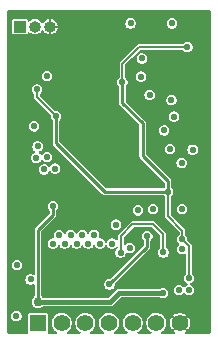
<source format=gbr>
%TF.GenerationSoftware,KiCad,Pcbnew,9.0.0*%
%TF.CreationDate,2025-04-16T21:25:52-04:00*%
%TF.ProjectId,ESP32_S3_CAM,45535033-325f-4533-935f-43414d2e6b69,rev?*%
%TF.SameCoordinates,Original*%
%TF.FileFunction,Copper,L3,Inr*%
%TF.FilePolarity,Positive*%
%FSLAX46Y46*%
G04 Gerber Fmt 4.6, Leading zero omitted, Abs format (unit mm)*
G04 Created by KiCad (PCBNEW 9.0.0) date 2025-04-16 21:25:52*
%MOMM*%
%LPD*%
G01*
G04 APERTURE LIST*
%TA.AperFunction,ComponentPad*%
%ADD10C,0.500000*%
%TD*%
%TA.AperFunction,ComponentPad*%
%ADD11R,1.000000X1.000000*%
%TD*%
%TA.AperFunction,ComponentPad*%
%ADD12O,1.000000X1.000000*%
%TD*%
%TA.AperFunction,ComponentPad*%
%ADD13R,1.400000X1.400000*%
%TD*%
%TA.AperFunction,ComponentPad*%
%ADD14C,1.400000*%
%TD*%
%TA.AperFunction,ViaPad*%
%ADD15C,0.584200*%
%TD*%
%TA.AperFunction,ViaPad*%
%ADD16C,0.762000*%
%TD*%
%TA.AperFunction,Conductor*%
%ADD17C,0.152400*%
%TD*%
%TA.AperFunction,Conductor*%
%ADD18C,0.254000*%
%TD*%
%TA.AperFunction,Conductor*%
%ADD19C,0.203200*%
%TD*%
%TA.AperFunction,Conductor*%
%ADD20C,0.381000*%
%TD*%
G04 APERTURE END LIST*
D10*
%TO.N,GND*%
%TO.C,U1*%
X159800000Y-81620000D03*
X159800000Y-82620000D03*
X159800000Y-83620000D03*
X160800000Y-81620000D03*
X160800000Y-82620000D03*
X160800000Y-83620000D03*
X161800000Y-81620000D03*
X161800000Y-82620000D03*
X161800000Y-83620000D03*
%TD*%
D11*
%TO.N,USB-*%
%TO.C,J3*%
X152960000Y-72360000D03*
D12*
%TO.N,USB+*%
X154230000Y-72360000D03*
%TO.N,GND*%
X155500000Y-72360000D03*
%TD*%
D13*
%TO.N,+BATT*%
%TO.C,J2*%
X154500000Y-97470000D03*
D14*
%TO.N,GPIO_1*%
X156500000Y-97470000D03*
%TO.N,GPIO_2*%
X158500000Y-97470000D03*
%TO.N,GPIO_3*%
X160500000Y-97470000D03*
%TO.N,GPIO_4*%
X162500000Y-97470000D03*
%TO.N,GPIO_5*%
X164500000Y-97470000D03*
%TO.N,GND*%
X166500000Y-97470000D03*
%TD*%
D15*
%TO.N,+3.3V*%
X163740000Y-90100000D03*
X167140000Y-74080000D03*
X160540000Y-94180000D03*
X154400000Y-77680000D03*
X167270000Y-93660000D03*
X165500000Y-86325000D03*
X156020000Y-79950000D03*
X166700000Y-90360000D03*
X161625000Y-77075000D03*
%TO.N,GPIO_1*%
X154460000Y-82510000D03*
%TO.N,GPIO_14*%
X157750000Y-90730000D03*
%TO.N,GPIO_11*%
X156250000Y-89990000D03*
%TO.N,SPICS0*%
X163280000Y-75060000D03*
X167580000Y-82780000D03*
%TO.N,GPIO_12*%
X156750000Y-90730000D03*
%TO.N,GND*%
X157140000Y-79000000D03*
X163425000Y-96025000D03*
X161410000Y-96040000D03*
%TO.N,GPIO_2*%
X154360000Y-83460000D03*
%TO.N,GPIO_38*%
X163940000Y-78140000D03*
%TO.N,GPIO_17*%
X159250000Y-89970000D03*
%TO.N,GPIO_3*%
X155245000Y-83395000D03*
%TO.N,GPIO_10*%
X155750000Y-90730000D03*
%TO.N,SPIWP*%
X165790000Y-78590000D03*
X166650000Y-83890000D03*
%TO.N,GPIO_13*%
X157250000Y-89990000D03*
%TO.N,CHIP_PU*%
X165823333Y-72080000D03*
X154170000Y-80800000D03*
%TO.N,GPIO_0*%
X162330000Y-72080000D03*
X155270000Y-76520000D03*
%TO.N,SPIQ*%
X165650000Y-82730000D03*
X163220000Y-76590000D03*
%TO.N,Net-(C10-Pad1)*%
X166700000Y-91210000D03*
%TO.N,GPIO_48*%
X166000000Y-79975000D03*
X160750000Y-90730000D03*
%TO.N,GPIO_47*%
X162250000Y-91100000D03*
X165175000Y-81150000D03*
%TO.N,GPIO_16*%
X158750000Y-90730000D03*
%TO.N,AVCC_2V8*%
X161480000Y-91490000D03*
X165100000Y-91480000D03*
%TO.N,GPIO_40*%
X167270000Y-94660000D03*
%TO.N,GPIO_15*%
X158250000Y-89990000D03*
%TO.N,GPIO_18*%
X159750000Y-90730000D03*
%TO.N,GPIO_39*%
X166423333Y-94660000D03*
%TO.N,GPIO_4*%
X155000000Y-84450000D03*
%TO.N,USB-*%
X161090000Y-89130000D03*
%TO.N,USB+*%
X162970000Y-87910000D03*
%TO.N,GPIO_5*%
X155925000Y-84375000D03*
%TO.N,+BATT*%
X155750000Y-87560000D03*
D16*
X154490000Y-95660000D03*
D15*
X165075000Y-94925000D03*
%TO.N,VCC_1V3*%
X152710000Y-92540000D03*
%TO.N,Net-(J1-Pad17)*%
X166700000Y-87810000D03*
X164220000Y-87810000D03*
%TO.N,Net-(D1-K)*%
X153870000Y-93770000D03*
%TO.N,Net-(D2-K)*%
X152660000Y-96850000D03*
%TD*%
D17*
%TO.N,+3.3V*%
X167270000Y-93660000D02*
X167270000Y-90930000D01*
D18*
X163350000Y-83275000D02*
X165500000Y-85425000D01*
X156020000Y-82220000D02*
X160125000Y-86325000D01*
X165500000Y-85425000D02*
X165500000Y-86325000D01*
X160125000Y-86325000D02*
X165500000Y-86325000D01*
D17*
X154400000Y-78330000D02*
X156020000Y-79950000D01*
X154400000Y-77680000D02*
X154400000Y-78330000D01*
D18*
X161625000Y-78815000D02*
X163350000Y-80540000D01*
X163730000Y-90990000D02*
X163730000Y-90110000D01*
D17*
X165500000Y-88430000D02*
X165500000Y-86325000D01*
X167140000Y-74080000D02*
X163040000Y-74080000D01*
D18*
X156020000Y-79950000D02*
X156020000Y-82220000D01*
D17*
X166700000Y-90360000D02*
X166700000Y-89630000D01*
D18*
X163350000Y-80540000D02*
X163350000Y-83275000D01*
D17*
X163040000Y-74080000D02*
X161625000Y-75495000D01*
X166700000Y-89630000D02*
X165500000Y-88430000D01*
X161625000Y-75495000D02*
X161625000Y-77075000D01*
D18*
X161625000Y-77075000D02*
X161625000Y-78815000D01*
D17*
X167270000Y-90930000D02*
X166700000Y-90360000D01*
D18*
X160540000Y-94180000D02*
X163730000Y-90990000D01*
D19*
%TO.N,AVCC_2V8*%
X165100000Y-89960000D02*
X165100000Y-91480000D01*
X161480000Y-90110000D02*
X162480000Y-89110000D01*
X162480000Y-89110000D02*
X164250000Y-89110000D01*
X164250000Y-89110000D02*
X165100000Y-89960000D01*
X161480000Y-91490000D02*
X161480000Y-90110000D01*
D20*
%TO.N,+BATT*%
X160600000Y-95660000D02*
X161370000Y-94890000D01*
X154490000Y-95660000D02*
X160600000Y-95660000D01*
X161370000Y-94890000D02*
X165040000Y-94890000D01*
D18*
X154490000Y-89550000D02*
X155750000Y-88290000D01*
X155750000Y-88290000D02*
X155750000Y-87560000D01*
X154490000Y-95660000D02*
X154490000Y-89550000D01*
D20*
X165040000Y-94890000D02*
X165075000Y-94925000D01*
%TD*%
%TA.AperFunction,Conductor*%
%TO.N,GND*%
G36*
X169070238Y-70967593D02*
G01*
X169095958Y-71012142D01*
X169097100Y-71025200D01*
X169097100Y-98271900D01*
X169079507Y-98320238D01*
X169034958Y-98345958D01*
X169021900Y-98347100D01*
X166969508Y-98347100D01*
X166921170Y-98329507D01*
X166895450Y-98284958D01*
X166904383Y-98234300D01*
X166927729Y-98209374D01*
X167043370Y-98132104D01*
X167048855Y-98126618D01*
X167048855Y-98126617D01*
X166724502Y-97802264D01*
X166745606Y-97790080D01*
X166820080Y-97715606D01*
X166832264Y-97694501D01*
X167156618Y-98018855D01*
X167162104Y-98013370D01*
X167255385Y-97873765D01*
X167319640Y-97718639D01*
X167319641Y-97718637D01*
X167352400Y-97553955D01*
X167352400Y-97386044D01*
X167319641Y-97221362D01*
X167319640Y-97221360D01*
X167255385Y-97066234D01*
X167162105Y-96926630D01*
X167162097Y-96926621D01*
X167156620Y-96921144D01*
X167156618Y-96921144D01*
X166832264Y-97245497D01*
X166820080Y-97224394D01*
X166745606Y-97149920D01*
X166724501Y-97137735D01*
X167048855Y-96813381D01*
X167048855Y-96813379D01*
X167043378Y-96807902D01*
X167043369Y-96807894D01*
X166903765Y-96714614D01*
X166748639Y-96650359D01*
X166748637Y-96650358D01*
X166583956Y-96617600D01*
X166416044Y-96617600D01*
X166251362Y-96650358D01*
X166251360Y-96650359D01*
X166096234Y-96714614D01*
X165956633Y-96807893D01*
X165956625Y-96807899D01*
X165951143Y-96813380D01*
X166275498Y-97137735D01*
X166254394Y-97149920D01*
X166179920Y-97224394D01*
X166167735Y-97245498D01*
X165843380Y-96921144D01*
X165837899Y-96926625D01*
X165837893Y-96926633D01*
X165744614Y-97066234D01*
X165680359Y-97221360D01*
X165680358Y-97221362D01*
X165647600Y-97386044D01*
X165647600Y-97553955D01*
X165680358Y-97718637D01*
X165680359Y-97718639D01*
X165744614Y-97873765D01*
X165837894Y-98013369D01*
X165837902Y-98013378D01*
X165843379Y-98018855D01*
X165843381Y-98018855D01*
X166167735Y-97694500D01*
X166179920Y-97715606D01*
X166254394Y-97790080D01*
X166275497Y-97802264D01*
X165951144Y-98126618D01*
X165951144Y-98126620D01*
X165956621Y-98132097D01*
X165956630Y-98132105D01*
X166072271Y-98209374D01*
X166102688Y-98250857D01*
X166099323Y-98302187D01*
X166063752Y-98339345D01*
X166030492Y-98347100D01*
X164970408Y-98347100D01*
X164922070Y-98329507D01*
X164896350Y-98284958D01*
X164905283Y-98234300D01*
X164928627Y-98209374D01*
X165043692Y-98132491D01*
X165162491Y-98013692D01*
X165255830Y-97874000D01*
X165320124Y-97718782D01*
X165352900Y-97554003D01*
X165352900Y-97385997D01*
X165320124Y-97221218D01*
X165255830Y-97066000D01*
X165162491Y-96926308D01*
X165162488Y-96926305D01*
X165162486Y-96926302D01*
X165043697Y-96807513D01*
X165043694Y-96807511D01*
X165043692Y-96807509D01*
X164904000Y-96714170D01*
X164894758Y-96710342D01*
X164817241Y-96678233D01*
X164748782Y-96649876D01*
X164748780Y-96649875D01*
X164748779Y-96649875D01*
X164584004Y-96617100D01*
X164584003Y-96617100D01*
X164415997Y-96617100D01*
X164415996Y-96617100D01*
X164251220Y-96649875D01*
X164251218Y-96649876D01*
X164096001Y-96714169D01*
X163956305Y-96807511D01*
X163956302Y-96807513D01*
X163837513Y-96926302D01*
X163837511Y-96926305D01*
X163744169Y-97066001D01*
X163679876Y-97221218D01*
X163679875Y-97221220D01*
X163647100Y-97385996D01*
X163647100Y-97554003D01*
X163679875Y-97718779D01*
X163679876Y-97718781D01*
X163744072Y-97873765D01*
X163744170Y-97874000D01*
X163837509Y-98013692D01*
X163837511Y-98013694D01*
X163837513Y-98013697D01*
X163956302Y-98132486D01*
X163956305Y-98132488D01*
X163956308Y-98132491D01*
X164071371Y-98209373D01*
X164101788Y-98250857D01*
X164098423Y-98302186D01*
X164062852Y-98339345D01*
X164029592Y-98347100D01*
X162970408Y-98347100D01*
X162922070Y-98329507D01*
X162896350Y-98284958D01*
X162905283Y-98234300D01*
X162928627Y-98209374D01*
X163043692Y-98132491D01*
X163162491Y-98013692D01*
X163255830Y-97874000D01*
X163320124Y-97718782D01*
X163352900Y-97554003D01*
X163352900Y-97385997D01*
X163320124Y-97221218D01*
X163255830Y-97066000D01*
X163162491Y-96926308D01*
X163162488Y-96926305D01*
X163162486Y-96926302D01*
X163043697Y-96807513D01*
X163043694Y-96807511D01*
X163043692Y-96807509D01*
X162904000Y-96714170D01*
X162894758Y-96710342D01*
X162817241Y-96678233D01*
X162748782Y-96649876D01*
X162748780Y-96649875D01*
X162748779Y-96649875D01*
X162584004Y-96617100D01*
X162584003Y-96617100D01*
X162415997Y-96617100D01*
X162415996Y-96617100D01*
X162251220Y-96649875D01*
X162251218Y-96649876D01*
X162096001Y-96714169D01*
X161956305Y-96807511D01*
X161956302Y-96807513D01*
X161837513Y-96926302D01*
X161837511Y-96926305D01*
X161744169Y-97066001D01*
X161679876Y-97221218D01*
X161679875Y-97221220D01*
X161647100Y-97385996D01*
X161647100Y-97554003D01*
X161679875Y-97718779D01*
X161679876Y-97718781D01*
X161744072Y-97873765D01*
X161744170Y-97874000D01*
X161837509Y-98013692D01*
X161837511Y-98013694D01*
X161837513Y-98013697D01*
X161956302Y-98132486D01*
X161956305Y-98132488D01*
X161956308Y-98132491D01*
X162071371Y-98209373D01*
X162101788Y-98250857D01*
X162098423Y-98302186D01*
X162062852Y-98339345D01*
X162029592Y-98347100D01*
X160970408Y-98347100D01*
X160922070Y-98329507D01*
X160896350Y-98284958D01*
X160905283Y-98234300D01*
X160928627Y-98209374D01*
X161043692Y-98132491D01*
X161162491Y-98013692D01*
X161255830Y-97874000D01*
X161320124Y-97718782D01*
X161352900Y-97554003D01*
X161352900Y-97385997D01*
X161320124Y-97221218D01*
X161255830Y-97066000D01*
X161162491Y-96926308D01*
X161162488Y-96926305D01*
X161162486Y-96926302D01*
X161043697Y-96807513D01*
X161043694Y-96807511D01*
X161043692Y-96807509D01*
X160904000Y-96714170D01*
X160894758Y-96710342D01*
X160817241Y-96678233D01*
X160748782Y-96649876D01*
X160748780Y-96649875D01*
X160748779Y-96649875D01*
X160584004Y-96617100D01*
X160584003Y-96617100D01*
X160415997Y-96617100D01*
X160415996Y-96617100D01*
X160251220Y-96649875D01*
X160251218Y-96649876D01*
X160096001Y-96714169D01*
X159956305Y-96807511D01*
X159956302Y-96807513D01*
X159837513Y-96926302D01*
X159837511Y-96926305D01*
X159744169Y-97066001D01*
X159679876Y-97221218D01*
X159679875Y-97221220D01*
X159647100Y-97385996D01*
X159647100Y-97554003D01*
X159679875Y-97718779D01*
X159679876Y-97718781D01*
X159744072Y-97873765D01*
X159744170Y-97874000D01*
X159837509Y-98013692D01*
X159837511Y-98013694D01*
X159837513Y-98013697D01*
X159956302Y-98132486D01*
X159956305Y-98132488D01*
X159956308Y-98132491D01*
X160071371Y-98209373D01*
X160101788Y-98250857D01*
X160098423Y-98302186D01*
X160062852Y-98339345D01*
X160029592Y-98347100D01*
X158970408Y-98347100D01*
X158922070Y-98329507D01*
X158896350Y-98284958D01*
X158905283Y-98234300D01*
X158928627Y-98209374D01*
X159043692Y-98132491D01*
X159162491Y-98013692D01*
X159255830Y-97874000D01*
X159320124Y-97718782D01*
X159352900Y-97554003D01*
X159352900Y-97385997D01*
X159320124Y-97221218D01*
X159255830Y-97066000D01*
X159162491Y-96926308D01*
X159162488Y-96926305D01*
X159162486Y-96926302D01*
X159043697Y-96807513D01*
X159043694Y-96807511D01*
X159043692Y-96807509D01*
X158904000Y-96714170D01*
X158894758Y-96710342D01*
X158817241Y-96678233D01*
X158748782Y-96649876D01*
X158748780Y-96649875D01*
X158748779Y-96649875D01*
X158584004Y-96617100D01*
X158584003Y-96617100D01*
X158415997Y-96617100D01*
X158415996Y-96617100D01*
X158251220Y-96649875D01*
X158251218Y-96649876D01*
X158096001Y-96714169D01*
X157956305Y-96807511D01*
X157956302Y-96807513D01*
X157837513Y-96926302D01*
X157837511Y-96926305D01*
X157744169Y-97066001D01*
X157679876Y-97221218D01*
X157679875Y-97221220D01*
X157647100Y-97385996D01*
X157647100Y-97554003D01*
X157679875Y-97718779D01*
X157679876Y-97718781D01*
X157744072Y-97873765D01*
X157744170Y-97874000D01*
X157837509Y-98013692D01*
X157837511Y-98013694D01*
X157837513Y-98013697D01*
X157956302Y-98132486D01*
X157956305Y-98132488D01*
X157956308Y-98132491D01*
X158071371Y-98209373D01*
X158101788Y-98250857D01*
X158098423Y-98302186D01*
X158062852Y-98339345D01*
X158029592Y-98347100D01*
X156970408Y-98347100D01*
X156922070Y-98329507D01*
X156896350Y-98284958D01*
X156905283Y-98234300D01*
X156928627Y-98209374D01*
X157043692Y-98132491D01*
X157162491Y-98013692D01*
X157255830Y-97874000D01*
X157320124Y-97718782D01*
X157352900Y-97554003D01*
X157352900Y-97385997D01*
X157320124Y-97221218D01*
X157255830Y-97066000D01*
X157162491Y-96926308D01*
X157162488Y-96926305D01*
X157162486Y-96926302D01*
X157043697Y-96807513D01*
X157043694Y-96807511D01*
X157043692Y-96807509D01*
X156904000Y-96714170D01*
X156894758Y-96710342D01*
X156817241Y-96678233D01*
X156748782Y-96649876D01*
X156748780Y-96649875D01*
X156748779Y-96649875D01*
X156584004Y-96617100D01*
X156584003Y-96617100D01*
X156415997Y-96617100D01*
X156415996Y-96617100D01*
X156251220Y-96649875D01*
X156251218Y-96649876D01*
X156096001Y-96714169D01*
X155956305Y-96807511D01*
X155956302Y-96807513D01*
X155837513Y-96926302D01*
X155837511Y-96926305D01*
X155744169Y-97066001D01*
X155679876Y-97221218D01*
X155679875Y-97221220D01*
X155647100Y-97385996D01*
X155647100Y-97554003D01*
X155679875Y-97718779D01*
X155679876Y-97718781D01*
X155744072Y-97873765D01*
X155744170Y-97874000D01*
X155837509Y-98013692D01*
X155837511Y-98013694D01*
X155837513Y-98013697D01*
X155956302Y-98132486D01*
X155956305Y-98132488D01*
X155956308Y-98132491D01*
X156071371Y-98209373D01*
X156101788Y-98250857D01*
X156098423Y-98302186D01*
X156062852Y-98339345D01*
X156029592Y-98347100D01*
X155406245Y-98347100D01*
X155357907Y-98329507D01*
X155332187Y-98284958D01*
X155341120Y-98234300D01*
X155343709Y-98230134D01*
X155344028Y-98229658D01*
X155352900Y-98185057D01*
X155352899Y-96754944D01*
X155344028Y-96710342D01*
X155322575Y-96678236D01*
X155310235Y-96659767D01*
X155310231Y-96659764D01*
X155259658Y-96625972D01*
X155259656Y-96625971D01*
X155215057Y-96617100D01*
X153784944Y-96617100D01*
X153784942Y-96617101D01*
X153740340Y-96625972D01*
X153689767Y-96659764D01*
X153655972Y-96710342D01*
X153655971Y-96710343D01*
X153647100Y-96754942D01*
X153647100Y-98185055D01*
X153647101Y-98185057D01*
X153655972Y-98229658D01*
X153656280Y-98230119D01*
X153656449Y-98230811D01*
X153658807Y-98236504D01*
X153657931Y-98236866D01*
X153668508Y-98280084D01*
X153645759Y-98326220D01*
X153598676Y-98346939D01*
X153593755Y-98347100D01*
X151978100Y-98347100D01*
X151929762Y-98329507D01*
X151904042Y-98284958D01*
X151902900Y-98271900D01*
X151902900Y-96791415D01*
X152215000Y-96791415D01*
X152215000Y-96908585D01*
X152233195Y-96976492D01*
X152245326Y-97021766D01*
X152303910Y-97123236D01*
X152386763Y-97206089D01*
X152488233Y-97264673D01*
X152488235Y-97264673D01*
X152488236Y-97264674D01*
X152601415Y-97295000D01*
X152601418Y-97295000D01*
X152718582Y-97295000D01*
X152718585Y-97295000D01*
X152831764Y-97264674D01*
X152906783Y-97221362D01*
X152933236Y-97206089D01*
X153016089Y-97123236D01*
X153074673Y-97021766D01*
X153074674Y-97021764D01*
X153105000Y-96908585D01*
X153105000Y-96791415D01*
X153074674Y-96678236D01*
X153074673Y-96678235D01*
X153074673Y-96678233D01*
X153016089Y-96576763D01*
X152933236Y-96493910D01*
X152831766Y-96435326D01*
X152786492Y-96423195D01*
X152718585Y-96405000D01*
X152601415Y-96405000D01*
X152544825Y-96420163D01*
X152488233Y-96435326D01*
X152386763Y-96493910D01*
X152303910Y-96576763D01*
X152245326Y-96678233D01*
X152227130Y-96746143D01*
X152215000Y-96791415D01*
X151902900Y-96791415D01*
X151902900Y-93711415D01*
X153425000Y-93711415D01*
X153425000Y-93828585D01*
X153443195Y-93896492D01*
X153455326Y-93941766D01*
X153513910Y-94043236D01*
X153596763Y-94126089D01*
X153698233Y-94184673D01*
X153698235Y-94184673D01*
X153698236Y-94184674D01*
X153811415Y-94215000D01*
X153811418Y-94215000D01*
X153928582Y-94215000D01*
X153928585Y-94215000D01*
X154041764Y-94184674D01*
X154097300Y-94152609D01*
X154147958Y-94143677D01*
X154192506Y-94169397D01*
X154210100Y-94217734D01*
X154210100Y-95161689D01*
X154192507Y-95210027D01*
X154172503Y-95226812D01*
X154162180Y-95232772D01*
X154062774Y-95332177D01*
X153992484Y-95453921D01*
X153992484Y-95453922D01*
X153956100Y-95589711D01*
X153956100Y-95730289D01*
X153992484Y-95866077D01*
X153992484Y-95866078D01*
X154062775Y-95987824D01*
X154162175Y-96087224D01*
X154162177Y-96087225D01*
X154162178Y-96087226D01*
X154283922Y-96157516D01*
X154419711Y-96193900D01*
X154419714Y-96193900D01*
X154560286Y-96193900D01*
X154560289Y-96193900D01*
X154696078Y-96157516D01*
X154817822Y-96087226D01*
X154879622Y-96025425D01*
X154926241Y-96003686D01*
X154932796Y-96003400D01*
X160645207Y-96003400D01*
X160645209Y-96003400D01*
X160709146Y-95986268D01*
X160732548Y-95979998D01*
X160810853Y-95934788D01*
X161490215Y-95255426D01*
X161536835Y-95233686D01*
X161543389Y-95233400D01*
X164722927Y-95233400D01*
X164771265Y-95250993D01*
X164776090Y-95255415D01*
X164801764Y-95281089D01*
X164801765Y-95281090D01*
X164903233Y-95339673D01*
X164903235Y-95339673D01*
X164903236Y-95339674D01*
X165016415Y-95370000D01*
X165016418Y-95370000D01*
X165133582Y-95370000D01*
X165133585Y-95370000D01*
X165246764Y-95339674D01*
X165259748Y-95332178D01*
X165348236Y-95281089D01*
X165431089Y-95198236D01*
X165489673Y-95096766D01*
X165489674Y-95096764D01*
X165520000Y-94983585D01*
X165520000Y-94866415D01*
X165489674Y-94753236D01*
X165489673Y-94753235D01*
X165489673Y-94753233D01*
X165431089Y-94651763D01*
X165348236Y-94568910D01*
X165246766Y-94510326D01*
X165201492Y-94498195D01*
X165133585Y-94480000D01*
X165016415Y-94480000D01*
X164903236Y-94510326D01*
X164903234Y-94510326D01*
X164857858Y-94536525D01*
X164820258Y-94546600D01*
X161324791Y-94546600D01*
X161266565Y-94562201D01*
X161237452Y-94570002D01*
X161235716Y-94571005D01*
X161235712Y-94571007D01*
X161159148Y-94615211D01*
X161159142Y-94615215D01*
X160479785Y-95294574D01*
X160433165Y-95316314D01*
X160426611Y-95316600D01*
X154932796Y-95316600D01*
X154918983Y-95311573D01*
X154904298Y-95310991D01*
X154888491Y-95300475D01*
X154884458Y-95299007D01*
X154882215Y-95297047D01*
X154880897Y-95295849D01*
X154817822Y-95232774D01*
X154800500Y-95222773D01*
X154794519Y-95217336D01*
X154786084Y-95201291D01*
X154774434Y-95187406D01*
X154772238Y-95174954D01*
X154770583Y-95171805D01*
X154771190Y-95169010D01*
X154769900Y-95161689D01*
X154769900Y-94121415D01*
X160095000Y-94121415D01*
X160095000Y-94238585D01*
X160112504Y-94303910D01*
X160125326Y-94351766D01*
X160183910Y-94453236D01*
X160266763Y-94536089D01*
X160368233Y-94594673D01*
X160368235Y-94594673D01*
X160368236Y-94594674D01*
X160481415Y-94625000D01*
X160481418Y-94625000D01*
X160598582Y-94625000D01*
X160598585Y-94625000D01*
X160711764Y-94594674D01*
X160752757Y-94571007D01*
X160813236Y-94536089D01*
X160896089Y-94453236D01*
X160954673Y-94351766D01*
X160954674Y-94351764D01*
X160985000Y-94238585D01*
X160985000Y-94161986D01*
X161002593Y-94113648D01*
X161007026Y-94108812D01*
X163953976Y-91161862D01*
X163960008Y-91151415D01*
X163990825Y-91098038D01*
X164009900Y-91026850D01*
X164009900Y-90953150D01*
X164009900Y-90490574D01*
X164027493Y-90442236D01*
X164031926Y-90437400D01*
X164096089Y-90373236D01*
X164154673Y-90271766D01*
X164155841Y-90267407D01*
X164185000Y-90158585D01*
X164185000Y-90041415D01*
X164154674Y-89928236D01*
X164154673Y-89928235D01*
X164154673Y-89928233D01*
X164096089Y-89826763D01*
X164013236Y-89743910D01*
X163911766Y-89685326D01*
X163866492Y-89673195D01*
X163798585Y-89655000D01*
X163681415Y-89655000D01*
X163640594Y-89665938D01*
X163568233Y-89685326D01*
X163466763Y-89743910D01*
X163383910Y-89826763D01*
X163325326Y-89928233D01*
X163307130Y-89996143D01*
X163295000Y-90041415D01*
X163295000Y-90158585D01*
X163305622Y-90198227D01*
X163325326Y-90271766D01*
X163383909Y-90373234D01*
X163383910Y-90373235D01*
X163383911Y-90373236D01*
X163428074Y-90417399D01*
X163449814Y-90464018D01*
X163450100Y-90470573D01*
X163450100Y-90842914D01*
X163432507Y-90891252D01*
X163428074Y-90896088D01*
X160611188Y-93712974D01*
X160564568Y-93734714D01*
X160558014Y-93735000D01*
X160481415Y-93735000D01*
X160424825Y-93750163D01*
X160368233Y-93765326D01*
X160266763Y-93823910D01*
X160183910Y-93906763D01*
X160125326Y-94008233D01*
X160107524Y-94074673D01*
X160095000Y-94121415D01*
X154769900Y-94121415D01*
X154769900Y-90671415D01*
X155305000Y-90671415D01*
X155305000Y-90788585D01*
X155322504Y-90853911D01*
X155335326Y-90901766D01*
X155393910Y-91003236D01*
X155476763Y-91086089D01*
X155578233Y-91144673D01*
X155578235Y-91144673D01*
X155578236Y-91144674D01*
X155691415Y-91175000D01*
X155691418Y-91175000D01*
X155808582Y-91175000D01*
X155808585Y-91175000D01*
X155921764Y-91144674D01*
X155934710Y-91137200D01*
X156023236Y-91086089D01*
X156106089Y-91003236D01*
X156164673Y-90901766D01*
X156164674Y-90901764D01*
X156177363Y-90854407D01*
X156206867Y-90812272D01*
X156256554Y-90798958D01*
X156303174Y-90820697D01*
X156322636Y-90854406D01*
X156327903Y-90874062D01*
X156335326Y-90901766D01*
X156393910Y-91003236D01*
X156476763Y-91086089D01*
X156578233Y-91144673D01*
X156578235Y-91144673D01*
X156578236Y-91144674D01*
X156691415Y-91175000D01*
X156691418Y-91175000D01*
X156808582Y-91175000D01*
X156808585Y-91175000D01*
X156921764Y-91144674D01*
X156934710Y-91137200D01*
X157023236Y-91086089D01*
X157106089Y-91003236D01*
X157164673Y-90901766D01*
X157164674Y-90901764D01*
X157177363Y-90854407D01*
X157206867Y-90812272D01*
X157256554Y-90798958D01*
X157303174Y-90820697D01*
X157322636Y-90854406D01*
X157327903Y-90874062D01*
X157335326Y-90901766D01*
X157393910Y-91003236D01*
X157476763Y-91086089D01*
X157578233Y-91144673D01*
X157578235Y-91144673D01*
X157578236Y-91144674D01*
X157691415Y-91175000D01*
X157691418Y-91175000D01*
X157808582Y-91175000D01*
X157808585Y-91175000D01*
X157921764Y-91144674D01*
X157934710Y-91137200D01*
X158023236Y-91086089D01*
X158106089Y-91003236D01*
X158164673Y-90901766D01*
X158164674Y-90901764D01*
X158177363Y-90854407D01*
X158206867Y-90812272D01*
X158256554Y-90798958D01*
X158303174Y-90820697D01*
X158322636Y-90854406D01*
X158327903Y-90874062D01*
X158335326Y-90901766D01*
X158393910Y-91003236D01*
X158476763Y-91086089D01*
X158578233Y-91144673D01*
X158578235Y-91144673D01*
X158578236Y-91144674D01*
X158691415Y-91175000D01*
X158691418Y-91175000D01*
X158808582Y-91175000D01*
X158808585Y-91175000D01*
X158921764Y-91144674D01*
X158934710Y-91137200D01*
X159023236Y-91086089D01*
X159106089Y-91003236D01*
X159164673Y-90901766D01*
X159164674Y-90901764D01*
X159177363Y-90854407D01*
X159206867Y-90812272D01*
X159256554Y-90798958D01*
X159303174Y-90820697D01*
X159322636Y-90854406D01*
X159327903Y-90874062D01*
X159335326Y-90901766D01*
X159393910Y-91003236D01*
X159476763Y-91086089D01*
X159578233Y-91144673D01*
X159578235Y-91144673D01*
X159578236Y-91144674D01*
X159691415Y-91175000D01*
X159691418Y-91175000D01*
X159808582Y-91175000D01*
X159808585Y-91175000D01*
X159921764Y-91144674D01*
X159934710Y-91137200D01*
X160023236Y-91086089D01*
X160106089Y-91003236D01*
X160164673Y-90901766D01*
X160164674Y-90901764D01*
X160177363Y-90854407D01*
X160206867Y-90812272D01*
X160256554Y-90798958D01*
X160303174Y-90820697D01*
X160322636Y-90854406D01*
X160327903Y-90874062D01*
X160335326Y-90901766D01*
X160393910Y-91003236D01*
X160476763Y-91086089D01*
X160578233Y-91144673D01*
X160578235Y-91144673D01*
X160578236Y-91144674D01*
X160691415Y-91175000D01*
X160691418Y-91175000D01*
X160808582Y-91175000D01*
X160808585Y-91175000D01*
X160921764Y-91144674D01*
X160934710Y-91137200D01*
X161023236Y-91086089D01*
X161097126Y-91012200D01*
X161117632Y-91002637D01*
X161137242Y-90991316D01*
X161140629Y-90991913D01*
X161143746Y-90990460D01*
X161165607Y-90996317D01*
X161187900Y-91000249D01*
X161190110Y-91002883D01*
X161193433Y-91003774D01*
X161206415Y-91022314D01*
X161220965Y-91039654D01*
X161221775Y-91044250D01*
X161222938Y-91045911D01*
X161225500Y-91065374D01*
X161225500Y-91084026D01*
X161207907Y-91132364D01*
X161203474Y-91137200D01*
X161123910Y-91216763D01*
X161065326Y-91318233D01*
X161050589Y-91373236D01*
X161035000Y-91431415D01*
X161035000Y-91548585D01*
X161044279Y-91583215D01*
X161065326Y-91661766D01*
X161123910Y-91763236D01*
X161206763Y-91846089D01*
X161308233Y-91904673D01*
X161308235Y-91904673D01*
X161308236Y-91904674D01*
X161421415Y-91935000D01*
X161421418Y-91935000D01*
X161538582Y-91935000D01*
X161538585Y-91935000D01*
X161651764Y-91904674D01*
X161669085Y-91894674D01*
X161753236Y-91846089D01*
X161836089Y-91763236D01*
X161894673Y-91661766D01*
X161894674Y-91661764D01*
X161925000Y-91548585D01*
X161925000Y-91548576D01*
X161925283Y-91546430D01*
X161925888Y-91545267D01*
X161926275Y-91543824D01*
X161926594Y-91543909D01*
X161949035Y-91500802D01*
X161996559Y-91481117D01*
X162037438Y-91491119D01*
X162078236Y-91514674D01*
X162191415Y-91545000D01*
X162191418Y-91545000D01*
X162308582Y-91545000D01*
X162308585Y-91545000D01*
X162421764Y-91514674D01*
X162523236Y-91456089D01*
X162606089Y-91373236D01*
X162664674Y-91271764D01*
X162695000Y-91158585D01*
X162695000Y-91041415D01*
X162664674Y-90928236D01*
X162664673Y-90928235D01*
X162664673Y-90928233D01*
X162606089Y-90826763D01*
X162523236Y-90743910D01*
X162421766Y-90685326D01*
X162376492Y-90673195D01*
X162308585Y-90655000D01*
X162191415Y-90655000D01*
X162134825Y-90670163D01*
X162078233Y-90685326D01*
X161976763Y-90743910D01*
X161893911Y-90826762D01*
X161874825Y-90859821D01*
X161835419Y-90892885D01*
X161783980Y-90892885D01*
X161744575Y-90859819D01*
X161734500Y-90822220D01*
X161734500Y-90246565D01*
X161752093Y-90198227D01*
X161756526Y-90193391D01*
X162563391Y-89386526D01*
X162610011Y-89364786D01*
X162616565Y-89364500D01*
X164113434Y-89364500D01*
X164161772Y-89382093D01*
X164166608Y-89386526D01*
X164823474Y-90043391D01*
X164845214Y-90090011D01*
X164845500Y-90096565D01*
X164845500Y-91074026D01*
X164827907Y-91122364D01*
X164823474Y-91127200D01*
X164743910Y-91206763D01*
X164685326Y-91308233D01*
X164667909Y-91373236D01*
X164655000Y-91421415D01*
X164655000Y-91538585D01*
X164669352Y-91592148D01*
X164685326Y-91651766D01*
X164743910Y-91753236D01*
X164826763Y-91836089D01*
X164928233Y-91894673D01*
X164928235Y-91894673D01*
X164928236Y-91894674D01*
X165041415Y-91925000D01*
X165041418Y-91925000D01*
X165158582Y-91925000D01*
X165158585Y-91925000D01*
X165271764Y-91894674D01*
X165373236Y-91836089D01*
X165456089Y-91753236D01*
X165508899Y-91661766D01*
X165514673Y-91651766D01*
X165514674Y-91651764D01*
X165545000Y-91538585D01*
X165545000Y-91421415D01*
X165514674Y-91308236D01*
X165514673Y-91308235D01*
X165514673Y-91308233D01*
X165456089Y-91206763D01*
X165376526Y-91127200D01*
X165354786Y-91080580D01*
X165354500Y-91074026D01*
X165354500Y-90019384D01*
X165354501Y-90019375D01*
X165354501Y-89909378D01*
X165353817Y-89907727D01*
X165321580Y-89829900D01*
X165315755Y-89815837D01*
X165244163Y-89744245D01*
X165244161Y-89744244D01*
X165044590Y-89544673D01*
X164394164Y-88894245D01*
X164300623Y-88855500D01*
X162539383Y-88855500D01*
X162539375Y-88855499D01*
X162530623Y-88855499D01*
X162429377Y-88855499D01*
X162363234Y-88882896D01*
X162335837Y-88894245D01*
X162264245Y-88965837D01*
X162264244Y-88965838D01*
X161325260Y-89904821D01*
X161264245Y-89965835D01*
X161225500Y-90059376D01*
X161225500Y-90394626D01*
X161207907Y-90442964D01*
X161163358Y-90468684D01*
X161112700Y-90459751D01*
X161097126Y-90447800D01*
X161023236Y-90373910D01*
X160921766Y-90315326D01*
X160876492Y-90303195D01*
X160808585Y-90285000D01*
X160691415Y-90285000D01*
X160634825Y-90300163D01*
X160578233Y-90315326D01*
X160476763Y-90373910D01*
X160393910Y-90456763D01*
X160335326Y-90558234D01*
X160322638Y-90605590D01*
X160293133Y-90647727D01*
X160243446Y-90661041D01*
X160196826Y-90639302D01*
X160177362Y-90605590D01*
X160164673Y-90558234D01*
X160106089Y-90456763D01*
X160023236Y-90373910D01*
X159921766Y-90315326D01*
X159876492Y-90303195D01*
X159808585Y-90285000D01*
X159712227Y-90285000D01*
X159663889Y-90267407D01*
X159638169Y-90222858D01*
X159647102Y-90172200D01*
X159664673Y-90141765D01*
X159664674Y-90141764D01*
X159695000Y-90028585D01*
X159695000Y-89911415D01*
X159664674Y-89798236D01*
X159664673Y-89798235D01*
X159664673Y-89798233D01*
X159606089Y-89696763D01*
X159523236Y-89613910D01*
X159421766Y-89555326D01*
X159376492Y-89543195D01*
X159308585Y-89525000D01*
X159191415Y-89525000D01*
X159134825Y-89540163D01*
X159078233Y-89555326D01*
X158976763Y-89613910D01*
X158893910Y-89696763D01*
X158835327Y-89798233D01*
X158835326Y-89798235D01*
X158835326Y-89798236D01*
X158819958Y-89855591D01*
X158790453Y-89897727D01*
X158740766Y-89911041D01*
X158694145Y-89889301D01*
X158674683Y-89855591D01*
X158664674Y-89818236D01*
X158624984Y-89749491D01*
X158606089Y-89716763D01*
X158523236Y-89633910D01*
X158421766Y-89575326D01*
X158376492Y-89563195D01*
X158308585Y-89545000D01*
X158191415Y-89545000D01*
X158134825Y-89560163D01*
X158078233Y-89575326D01*
X157976763Y-89633910D01*
X157893910Y-89716763D01*
X157835326Y-89818234D01*
X157827847Y-89846145D01*
X157825318Y-89855589D01*
X157822638Y-89865590D01*
X157793133Y-89907727D01*
X157743446Y-89921041D01*
X157696826Y-89899302D01*
X157677362Y-89865590D01*
X157674683Y-89855591D01*
X157664674Y-89818236D01*
X157624984Y-89749491D01*
X157606089Y-89716763D01*
X157523236Y-89633910D01*
X157421766Y-89575326D01*
X157376492Y-89563195D01*
X157308585Y-89545000D01*
X157191415Y-89545000D01*
X157134825Y-89560163D01*
X157078233Y-89575326D01*
X156976763Y-89633910D01*
X156893910Y-89716763D01*
X156835326Y-89818234D01*
X156827847Y-89846145D01*
X156825318Y-89855589D01*
X156822638Y-89865590D01*
X156793133Y-89907727D01*
X156743446Y-89921041D01*
X156696826Y-89899302D01*
X156677362Y-89865590D01*
X156674683Y-89855591D01*
X156664674Y-89818236D01*
X156624984Y-89749491D01*
X156606089Y-89716763D01*
X156523236Y-89633910D01*
X156421766Y-89575326D01*
X156376492Y-89563195D01*
X156308585Y-89545000D01*
X156191415Y-89545000D01*
X156134825Y-89560163D01*
X156078233Y-89575326D01*
X155976763Y-89633910D01*
X155893910Y-89716763D01*
X155835326Y-89818233D01*
X155817130Y-89886143D01*
X155805000Y-89931415D01*
X155805000Y-90048585D01*
X155815230Y-90086763D01*
X155835326Y-90161765D01*
X155841351Y-90172200D01*
X155850284Y-90222858D01*
X155824564Y-90267406D01*
X155776226Y-90285000D01*
X155691415Y-90285000D01*
X155634825Y-90300163D01*
X155578233Y-90315326D01*
X155476763Y-90373910D01*
X155393910Y-90456763D01*
X155335326Y-90558233D01*
X155317130Y-90626143D01*
X155305000Y-90671415D01*
X154769900Y-90671415D01*
X154769900Y-89697086D01*
X154787493Y-89648748D01*
X154791926Y-89643912D01*
X155364424Y-89071415D01*
X160645000Y-89071415D01*
X160645000Y-89188585D01*
X160663195Y-89256492D01*
X160675326Y-89301766D01*
X160733910Y-89403236D01*
X160816763Y-89486089D01*
X160918233Y-89544673D01*
X160918235Y-89544673D01*
X160918236Y-89544674D01*
X161031415Y-89575000D01*
X161031418Y-89575000D01*
X161148582Y-89575000D01*
X161148585Y-89575000D01*
X161261764Y-89544674D01*
X161363236Y-89486089D01*
X161446089Y-89403236D01*
X161490667Y-89326025D01*
X161504673Y-89301766D01*
X161504674Y-89301764D01*
X161535000Y-89188585D01*
X161535000Y-89071415D01*
X161504674Y-88958236D01*
X161504673Y-88958235D01*
X161504673Y-88958233D01*
X161446089Y-88856763D01*
X161363236Y-88773910D01*
X161261766Y-88715326D01*
X161216492Y-88703195D01*
X161148585Y-88685000D01*
X161031415Y-88685000D01*
X160974825Y-88700163D01*
X160918233Y-88715326D01*
X160816763Y-88773910D01*
X160733910Y-88856763D01*
X160675326Y-88958233D01*
X160657130Y-89026143D01*
X160645000Y-89071415D01*
X155364424Y-89071415D01*
X155422527Y-89013312D01*
X155973972Y-88461866D01*
X155973976Y-88461862D01*
X156010825Y-88398037D01*
X156029900Y-88326850D01*
X156029900Y-88253150D01*
X156029900Y-87940573D01*
X156034529Y-87927853D01*
X156034632Y-87914318D01*
X156045760Y-87896995D01*
X156047493Y-87892235D01*
X156047862Y-87891800D01*
X156049803Y-87889521D01*
X156087910Y-87851415D01*
X162525000Y-87851415D01*
X162525000Y-87968585D01*
X162528532Y-87981766D01*
X162555326Y-88081766D01*
X162613910Y-88183236D01*
X162696763Y-88266089D01*
X162798233Y-88324673D01*
X162798235Y-88324673D01*
X162798236Y-88324674D01*
X162911415Y-88355000D01*
X162911418Y-88355000D01*
X163028582Y-88355000D01*
X163028585Y-88355000D01*
X163141764Y-88324674D01*
X163243236Y-88266089D01*
X163326089Y-88183236D01*
X163384674Y-88081764D01*
X163415000Y-87968585D01*
X163415000Y-87851415D01*
X163388205Y-87751415D01*
X163775000Y-87751415D01*
X163775000Y-87868585D01*
X163785943Y-87909425D01*
X163805326Y-87981766D01*
X163863910Y-88083236D01*
X163946763Y-88166089D01*
X164048233Y-88224673D01*
X164048235Y-88224673D01*
X164048236Y-88224674D01*
X164161415Y-88255000D01*
X164161418Y-88255000D01*
X164278582Y-88255000D01*
X164278585Y-88255000D01*
X164391764Y-88224674D01*
X164449653Y-88191252D01*
X164493236Y-88166089D01*
X164576089Y-88083236D01*
X164634673Y-87981766D01*
X164638206Y-87968582D01*
X164665000Y-87868585D01*
X164665000Y-87751415D01*
X164634674Y-87638236D01*
X164634673Y-87638235D01*
X164634673Y-87638233D01*
X164576089Y-87536763D01*
X164493236Y-87453910D01*
X164391766Y-87395326D01*
X164346492Y-87383195D01*
X164278585Y-87365000D01*
X164161415Y-87365000D01*
X164104825Y-87380163D01*
X164048233Y-87395326D01*
X163946763Y-87453910D01*
X163863910Y-87536763D01*
X163805326Y-87638233D01*
X163787130Y-87706143D01*
X163775000Y-87751415D01*
X163388205Y-87751415D01*
X163384674Y-87738236D01*
X163380938Y-87731765D01*
X163326089Y-87636763D01*
X163243236Y-87553910D01*
X163141766Y-87495326D01*
X163096492Y-87483195D01*
X163028585Y-87465000D01*
X162911415Y-87465000D01*
X162854825Y-87480163D01*
X162798233Y-87495326D01*
X162696763Y-87553910D01*
X162613910Y-87636763D01*
X162555326Y-87738233D01*
X162547900Y-87765949D01*
X162525000Y-87851415D01*
X156087910Y-87851415D01*
X156106089Y-87833236D01*
X156164674Y-87731764D01*
X156195000Y-87618585D01*
X156195000Y-87501415D01*
X156164674Y-87388236D01*
X156164673Y-87388235D01*
X156164673Y-87388233D01*
X156106089Y-87286763D01*
X156023236Y-87203910D01*
X155921766Y-87145326D01*
X155876492Y-87133195D01*
X155808585Y-87115000D01*
X155691415Y-87115000D01*
X155634825Y-87130163D01*
X155578233Y-87145326D01*
X155476763Y-87203910D01*
X155393910Y-87286763D01*
X155335326Y-87388233D01*
X155333426Y-87395326D01*
X155305000Y-87501415D01*
X155305000Y-87618585D01*
X155323195Y-87686492D01*
X155335326Y-87731766D01*
X155393909Y-87833234D01*
X155393910Y-87833235D01*
X155393911Y-87833236D01*
X155448074Y-87887399D01*
X155469814Y-87934018D01*
X155470100Y-87940573D01*
X155470100Y-88142914D01*
X155452507Y-88191252D01*
X155448074Y-88196088D01*
X154318138Y-89326024D01*
X154292081Y-89352081D01*
X154266024Y-89378137D01*
X154266023Y-89378139D01*
X154229175Y-89441961D01*
X154210100Y-89513151D01*
X154210100Y-93322264D01*
X154192507Y-93370602D01*
X154147958Y-93396322D01*
X154097300Y-93387389D01*
X154041766Y-93355326D01*
X153996492Y-93343195D01*
X153928585Y-93325000D01*
X153811415Y-93325000D01*
X153754825Y-93340163D01*
X153698233Y-93355326D01*
X153596763Y-93413910D01*
X153513910Y-93496763D01*
X153455326Y-93598233D01*
X153437130Y-93666143D01*
X153425000Y-93711415D01*
X151902900Y-93711415D01*
X151902900Y-92481415D01*
X152265000Y-92481415D01*
X152265000Y-92598585D01*
X152283195Y-92666492D01*
X152295326Y-92711766D01*
X152353910Y-92813236D01*
X152436763Y-92896089D01*
X152538233Y-92954673D01*
X152538235Y-92954673D01*
X152538236Y-92954674D01*
X152651415Y-92985000D01*
X152651418Y-92985000D01*
X152768582Y-92985000D01*
X152768585Y-92985000D01*
X152881764Y-92954674D01*
X152983236Y-92896089D01*
X153066089Y-92813236D01*
X153124674Y-92711764D01*
X153155000Y-92598585D01*
X153155000Y-92481415D01*
X153124674Y-92368236D01*
X153124673Y-92368235D01*
X153124673Y-92368233D01*
X153066089Y-92266763D01*
X152983236Y-92183910D01*
X152881766Y-92125326D01*
X152836492Y-92113195D01*
X152768585Y-92095000D01*
X152651415Y-92095000D01*
X152594825Y-92110163D01*
X152538233Y-92125326D01*
X152436763Y-92183910D01*
X152353910Y-92266763D01*
X152295326Y-92368233D01*
X152277130Y-92436143D01*
X152265000Y-92481415D01*
X151902900Y-92481415D01*
X151902900Y-84391415D01*
X154555000Y-84391415D01*
X154555000Y-84508585D01*
X154573195Y-84576492D01*
X154585326Y-84621766D01*
X154643910Y-84723236D01*
X154726763Y-84806089D01*
X154828233Y-84864673D01*
X154828235Y-84864673D01*
X154828236Y-84864674D01*
X154941415Y-84895000D01*
X154941418Y-84895000D01*
X155058582Y-84895000D01*
X155058585Y-84895000D01*
X155171764Y-84864674D01*
X155249142Y-84820000D01*
X155273236Y-84806089D01*
X155356089Y-84723236D01*
X155417139Y-84617495D01*
X155418332Y-84618184D01*
X155449109Y-84584590D01*
X155500108Y-84577870D01*
X155543495Y-84605503D01*
X155548965Y-84613690D01*
X155568908Y-84648234D01*
X155651763Y-84731089D01*
X155753233Y-84789673D01*
X155753235Y-84789673D01*
X155753236Y-84789674D01*
X155866415Y-84820000D01*
X155866418Y-84820000D01*
X155983582Y-84820000D01*
X155983585Y-84820000D01*
X156096764Y-84789674D01*
X156198236Y-84731089D01*
X156281089Y-84648236D01*
X156281090Y-84648234D01*
X156339673Y-84546766D01*
X156339674Y-84546764D01*
X156370000Y-84433585D01*
X156370000Y-84316415D01*
X156339674Y-84203236D01*
X156339673Y-84203235D01*
X156339673Y-84203233D01*
X156281089Y-84101763D01*
X156198236Y-84018910D01*
X156096766Y-83960326D01*
X156051492Y-83948195D01*
X155983585Y-83930000D01*
X155866415Y-83930000D01*
X155809825Y-83945163D01*
X155753233Y-83960326D01*
X155651763Y-84018910D01*
X155568910Y-84101763D01*
X155507861Y-84207505D01*
X155506671Y-84206818D01*
X155475869Y-84240420D01*
X155424868Y-84247124D01*
X155381489Y-84219477D01*
X155376037Y-84211315D01*
X155356089Y-84176764D01*
X155356088Y-84176762D01*
X155273236Y-84093910D01*
X155171766Y-84035326D01*
X155126492Y-84023195D01*
X155058585Y-84005000D01*
X154941415Y-84005000D01*
X154889502Y-84018910D01*
X154828233Y-84035326D01*
X154726763Y-84093910D01*
X154643910Y-84176763D01*
X154585326Y-84278233D01*
X154570116Y-84335000D01*
X154555000Y-84391415D01*
X151902900Y-84391415D01*
X151902900Y-83401415D01*
X153915000Y-83401415D01*
X153915000Y-83518585D01*
X153927910Y-83566766D01*
X153945326Y-83631766D01*
X154003910Y-83733236D01*
X154086763Y-83816089D01*
X154188233Y-83874673D01*
X154188235Y-83874673D01*
X154188236Y-83874674D01*
X154301415Y-83905000D01*
X154301418Y-83905000D01*
X154418582Y-83905000D01*
X154418585Y-83905000D01*
X154531764Y-83874674D01*
X154633236Y-83816089D01*
X154716089Y-83733236D01*
X154756139Y-83663867D01*
X154795542Y-83630803D01*
X154846982Y-83630803D01*
X154886387Y-83663866D01*
X154888910Y-83668236D01*
X154971763Y-83751089D01*
X155073233Y-83809673D01*
X155073235Y-83809673D01*
X155073236Y-83809674D01*
X155186415Y-83840000D01*
X155186418Y-83840000D01*
X155303582Y-83840000D01*
X155303585Y-83840000D01*
X155416764Y-83809674D01*
X155518236Y-83751089D01*
X155601089Y-83668236D01*
X155622701Y-83630803D01*
X155659673Y-83566766D01*
X155659674Y-83566764D01*
X155690000Y-83453585D01*
X155690000Y-83336415D01*
X155659674Y-83223236D01*
X155659673Y-83223235D01*
X155659673Y-83223233D01*
X155601089Y-83121763D01*
X155518236Y-83038910D01*
X155416766Y-82980326D01*
X155371492Y-82968195D01*
X155303585Y-82950000D01*
X155186415Y-82950000D01*
X155129825Y-82965163D01*
X155073233Y-82980326D01*
X154971763Y-83038910D01*
X154888910Y-83121763D01*
X154848861Y-83191131D01*
X154809456Y-83224196D01*
X154758016Y-83224196D01*
X154718611Y-83191131D01*
X154716089Y-83186763D01*
X154633236Y-83103910D01*
X154577955Y-83071994D01*
X154544890Y-83032589D01*
X154544890Y-82981149D01*
X154577955Y-82941744D01*
X154596086Y-82934233D01*
X154631764Y-82924674D01*
X154733236Y-82866089D01*
X154816089Y-82783236D01*
X154851780Y-82721417D01*
X154874673Y-82681766D01*
X154877446Y-82671417D01*
X154905000Y-82568585D01*
X154905000Y-82451415D01*
X154874674Y-82338236D01*
X154874673Y-82338235D01*
X154874673Y-82338233D01*
X154816089Y-82236763D01*
X154733236Y-82153910D01*
X154631766Y-82095326D01*
X154586492Y-82083195D01*
X154518585Y-82065000D01*
X154401415Y-82065000D01*
X154347419Y-82079468D01*
X154288233Y-82095326D01*
X154186763Y-82153910D01*
X154103910Y-82236763D01*
X154045326Y-82338233D01*
X154030957Y-82391862D01*
X154015000Y-82451415D01*
X154015000Y-82568585D01*
X154033195Y-82636492D01*
X154045326Y-82681766D01*
X154103910Y-82783236D01*
X154186765Y-82866091D01*
X154242043Y-82898005D01*
X154275109Y-82937410D01*
X154275109Y-82988849D01*
X154242045Y-83028255D01*
X154223908Y-83035767D01*
X154188236Y-83045325D01*
X154086763Y-83103910D01*
X154003910Y-83186763D01*
X153945326Y-83288233D01*
X153932416Y-83336417D01*
X153915000Y-83401415D01*
X151902900Y-83401415D01*
X151902900Y-80741415D01*
X153725000Y-80741415D01*
X153725000Y-80858585D01*
X153743195Y-80926492D01*
X153755326Y-80971766D01*
X153813910Y-81073236D01*
X153896763Y-81156089D01*
X153998233Y-81214673D01*
X153998235Y-81214673D01*
X153998236Y-81214674D01*
X154111415Y-81245000D01*
X154111418Y-81245000D01*
X154228582Y-81245000D01*
X154228585Y-81245000D01*
X154341764Y-81214674D01*
X154352311Y-81208585D01*
X154443236Y-81156089D01*
X154526089Y-81073236D01*
X154584673Y-80971766D01*
X154584674Y-80971764D01*
X154615000Y-80858585D01*
X154615000Y-80741415D01*
X154584674Y-80628236D01*
X154584673Y-80628235D01*
X154584673Y-80628233D01*
X154526089Y-80526763D01*
X154443236Y-80443910D01*
X154341766Y-80385326D01*
X154296492Y-80373195D01*
X154228585Y-80355000D01*
X154111415Y-80355000D01*
X154062387Y-80368137D01*
X153998233Y-80385326D01*
X153896763Y-80443910D01*
X153813910Y-80526763D01*
X153755326Y-80628233D01*
X153747903Y-80655938D01*
X153725000Y-80741415D01*
X151902900Y-80741415D01*
X151902900Y-77621415D01*
X153955000Y-77621415D01*
X153955000Y-77738585D01*
X153967145Y-77783910D01*
X153985326Y-77851766D01*
X154043910Y-77953236D01*
X154126759Y-78036085D01*
X154126762Y-78036087D01*
X154126764Y-78036089D01*
X154133298Y-78039861D01*
X154166364Y-78079264D01*
X154170900Y-78104987D01*
X154170900Y-78375570D01*
X154205778Y-78459776D01*
X155557490Y-79811487D01*
X155579230Y-79858107D01*
X155576953Y-79884122D01*
X155575000Y-79891415D01*
X155575000Y-80008585D01*
X155581698Y-80033582D01*
X155605326Y-80121766D01*
X155663909Y-80223234D01*
X155663910Y-80223235D01*
X155663911Y-80223236D01*
X155718074Y-80277399D01*
X155739814Y-80324018D01*
X155740100Y-80330573D01*
X155740100Y-82183150D01*
X155740100Y-82256850D01*
X155747643Y-82285000D01*
X155759175Y-82328038D01*
X155796023Y-82391860D01*
X155796027Y-82391866D01*
X159901024Y-86496862D01*
X159953138Y-86548976D01*
X160016963Y-86585825D01*
X160088150Y-86604900D01*
X165119427Y-86604900D01*
X165133373Y-86609976D01*
X165148203Y-86610623D01*
X165163817Y-86621056D01*
X165167765Y-86622493D01*
X165170230Y-86624655D01*
X165171424Y-86625749D01*
X165226764Y-86681089D01*
X165240433Y-86688981D01*
X165246503Y-86694542D01*
X165254805Y-86710490D01*
X165266364Y-86724264D01*
X165268611Y-86737010D01*
X165270256Y-86740169D01*
X165269650Y-86742900D01*
X165270900Y-86749987D01*
X165270900Y-88475570D01*
X165305778Y-88559776D01*
X166448874Y-89702871D01*
X166470614Y-89749491D01*
X166470900Y-89756045D01*
X166470900Y-89935011D01*
X166453307Y-89983349D01*
X166433303Y-90000134D01*
X166426765Y-90003908D01*
X166343910Y-90086763D01*
X166285326Y-90188233D01*
X166276049Y-90222858D01*
X166255000Y-90301415D01*
X166255000Y-90418585D01*
X166267174Y-90464018D01*
X166285326Y-90531766D01*
X166343910Y-90633236D01*
X166426762Y-90716088D01*
X166433321Y-90719875D01*
X166466385Y-90759281D01*
X166466385Y-90810721D01*
X166433321Y-90850125D01*
X166426762Y-90853911D01*
X166343910Y-90936763D01*
X166285326Y-91038233D01*
X166272504Y-91086089D01*
X166255000Y-91151415D01*
X166255000Y-91268585D01*
X166268303Y-91318233D01*
X166285326Y-91381766D01*
X166343910Y-91483236D01*
X166426763Y-91566089D01*
X166528233Y-91624673D01*
X166528235Y-91624673D01*
X166528236Y-91624674D01*
X166641415Y-91655000D01*
X166641418Y-91655000D01*
X166758582Y-91655000D01*
X166758585Y-91655000D01*
X166871764Y-91624674D01*
X166928101Y-91592147D01*
X166978758Y-91583215D01*
X167023306Y-91608935D01*
X167040900Y-91657272D01*
X167040900Y-93235011D01*
X167023307Y-93283349D01*
X167003303Y-93300134D01*
X166996765Y-93303908D01*
X166913910Y-93386763D01*
X166855326Y-93488233D01*
X166837130Y-93556143D01*
X166825000Y-93601415D01*
X166825000Y-93718585D01*
X166837524Y-93765326D01*
X166855326Y-93831766D01*
X166913910Y-93933236D01*
X166996763Y-94016089D01*
X167098234Y-94074673D01*
X167098236Y-94074674D01*
X167145590Y-94087362D01*
X167187727Y-94116867D01*
X167201041Y-94166554D01*
X167179302Y-94213174D01*
X167145591Y-94232637D01*
X167126145Y-94237847D01*
X167098234Y-94245326D01*
X166996763Y-94303910D01*
X166913910Y-94386763D01*
X166911788Y-94390439D01*
X166872379Y-94423500D01*
X166820939Y-94423495D01*
X166781541Y-94390433D01*
X166779422Y-94386763D01*
X166696569Y-94303910D01*
X166595099Y-94245326D01*
X166547744Y-94232638D01*
X166481918Y-94215000D01*
X166364748Y-94215000D01*
X166308158Y-94230163D01*
X166251566Y-94245326D01*
X166150096Y-94303910D01*
X166067243Y-94386763D01*
X166008659Y-94488233D01*
X165990463Y-94556143D01*
X165978333Y-94601415D01*
X165978333Y-94718585D01*
X165987617Y-94753233D01*
X166008659Y-94831766D01*
X166067243Y-94933236D01*
X166150096Y-95016089D01*
X166251566Y-95074673D01*
X166251568Y-95074673D01*
X166251569Y-95074674D01*
X166364748Y-95105000D01*
X166364751Y-95105000D01*
X166481915Y-95105000D01*
X166481918Y-95105000D01*
X166595097Y-95074674D01*
X166696569Y-95016089D01*
X166779422Y-94933236D01*
X166781539Y-94929570D01*
X166820942Y-94896503D01*
X166872382Y-94896500D01*
X166911789Y-94929562D01*
X166911790Y-94929563D01*
X166913911Y-94933237D01*
X166996763Y-95016089D01*
X167098233Y-95074673D01*
X167098235Y-95074673D01*
X167098236Y-95074674D01*
X167211415Y-95105000D01*
X167211418Y-95105000D01*
X167328582Y-95105000D01*
X167328585Y-95105000D01*
X167441764Y-95074674D01*
X167543236Y-95016089D01*
X167626089Y-94933236D01*
X167684674Y-94831764D01*
X167715000Y-94718585D01*
X167715000Y-94601415D01*
X167684674Y-94488236D01*
X167684673Y-94488235D01*
X167684673Y-94488233D01*
X167626089Y-94386763D01*
X167543236Y-94303910D01*
X167441766Y-94245326D01*
X167416595Y-94238582D01*
X167394407Y-94232636D01*
X167352272Y-94203133D01*
X167338958Y-94153446D01*
X167360697Y-94106826D01*
X167394406Y-94087363D01*
X167441764Y-94074674D01*
X167468523Y-94059225D01*
X167543236Y-94016089D01*
X167626089Y-93933236D01*
X167684673Y-93831766D01*
X167684674Y-93831764D01*
X167715000Y-93718585D01*
X167715000Y-93601415D01*
X167684674Y-93488236D01*
X167684673Y-93488235D01*
X167684673Y-93488233D01*
X167626089Y-93386763D01*
X167543234Y-93303908D01*
X167536697Y-93300134D01*
X167503634Y-93260727D01*
X167499100Y-93235011D01*
X167499100Y-90884430D01*
X167494805Y-90874062D01*
X167466199Y-90805000D01*
X167466197Y-90804993D01*
X167464223Y-90800227D01*
X167464221Y-90800224D01*
X167162509Y-90498512D01*
X167140769Y-90451892D01*
X167143046Y-90425875D01*
X167145000Y-90418585D01*
X167145000Y-90301415D01*
X167114674Y-90188236D01*
X167114673Y-90188235D01*
X167114673Y-90188233D01*
X167056089Y-90086763D01*
X166973234Y-90003908D01*
X166966697Y-90000134D01*
X166933634Y-89960727D01*
X166929100Y-89935011D01*
X166929100Y-89584430D01*
X166929100Y-89584429D01*
X166917045Y-89555326D01*
X166912632Y-89544673D01*
X166894221Y-89500223D01*
X165751126Y-88357128D01*
X165729386Y-88310508D01*
X165729100Y-88303954D01*
X165729100Y-87751415D01*
X166255000Y-87751415D01*
X166255000Y-87868585D01*
X166265943Y-87909425D01*
X166285326Y-87981766D01*
X166343910Y-88083236D01*
X166426763Y-88166089D01*
X166528233Y-88224673D01*
X166528235Y-88224673D01*
X166528236Y-88224674D01*
X166641415Y-88255000D01*
X166641418Y-88255000D01*
X166758582Y-88255000D01*
X166758585Y-88255000D01*
X166871764Y-88224674D01*
X166929653Y-88191252D01*
X166973236Y-88166089D01*
X167056089Y-88083236D01*
X167114673Y-87981766D01*
X167118206Y-87968582D01*
X167145000Y-87868585D01*
X167145000Y-87751415D01*
X167114674Y-87638236D01*
X167114673Y-87638235D01*
X167114673Y-87638233D01*
X167056089Y-87536763D01*
X166973236Y-87453910D01*
X166871766Y-87395326D01*
X166826492Y-87383195D01*
X166758585Y-87365000D01*
X166641415Y-87365000D01*
X166584825Y-87380163D01*
X166528233Y-87395326D01*
X166426763Y-87453910D01*
X166343910Y-87536763D01*
X166285326Y-87638233D01*
X166267130Y-87706143D01*
X166255000Y-87751415D01*
X165729100Y-87751415D01*
X165729100Y-86749987D01*
X165746693Y-86701649D01*
X165766700Y-86684862D01*
X165773236Y-86681089D01*
X165856089Y-86598236D01*
X165884530Y-86548975D01*
X165914673Y-86496766D01*
X165914674Y-86496764D01*
X165945000Y-86383585D01*
X165945000Y-86266415D01*
X165914674Y-86153236D01*
X165914673Y-86153235D01*
X165914673Y-86153233D01*
X165856089Y-86051763D01*
X165801926Y-85997600D01*
X165780186Y-85950980D01*
X165779900Y-85944426D01*
X165779900Y-85388149D01*
X165763388Y-85326527D01*
X165763388Y-85326526D01*
X165760825Y-85316963D01*
X165760825Y-85316962D01*
X165742400Y-85285050D01*
X165723976Y-85253137D01*
X164302254Y-83831415D01*
X166205000Y-83831415D01*
X166205000Y-83948585D01*
X166220116Y-84005000D01*
X166235326Y-84061766D01*
X166293910Y-84163236D01*
X166376763Y-84246089D01*
X166478233Y-84304673D01*
X166478235Y-84304673D01*
X166478236Y-84304674D01*
X166591415Y-84335000D01*
X166591418Y-84335000D01*
X166708582Y-84335000D01*
X166708585Y-84335000D01*
X166821764Y-84304674D01*
X166923236Y-84246089D01*
X167006089Y-84163236D01*
X167046114Y-84093911D01*
X167064673Y-84061766D01*
X167064674Y-84061764D01*
X167095000Y-83948585D01*
X167095000Y-83831415D01*
X167064674Y-83718236D01*
X167064673Y-83718235D01*
X167064673Y-83718233D01*
X167006089Y-83616763D01*
X166923236Y-83533910D01*
X166821766Y-83475326D01*
X166776492Y-83463195D01*
X166708585Y-83445000D01*
X166591415Y-83445000D01*
X166534825Y-83460163D01*
X166478233Y-83475326D01*
X166376763Y-83533910D01*
X166293910Y-83616763D01*
X166235326Y-83718233D01*
X166226523Y-83751089D01*
X166205000Y-83831415D01*
X164302254Y-83831415D01*
X163651926Y-83181087D01*
X163630186Y-83134467D01*
X163629900Y-83127913D01*
X163629900Y-82671415D01*
X165205000Y-82671415D01*
X165205000Y-82788585D01*
X165223195Y-82856492D01*
X165235326Y-82901766D01*
X165293910Y-83003236D01*
X165376763Y-83086089D01*
X165478233Y-83144673D01*
X165478235Y-83144673D01*
X165478236Y-83144674D01*
X165591415Y-83175000D01*
X165591418Y-83175000D01*
X165708582Y-83175000D01*
X165708585Y-83175000D01*
X165821764Y-83144674D01*
X165892368Y-83103911D01*
X165923236Y-83086089D01*
X166006089Y-83003236D01*
X166064673Y-82901766D01*
X166074232Y-82866091D01*
X166095000Y-82788585D01*
X166095000Y-82721415D01*
X167135000Y-82721415D01*
X167135000Y-82838585D01*
X167151929Y-82901764D01*
X167165326Y-82951766D01*
X167223910Y-83053236D01*
X167306763Y-83136089D01*
X167408233Y-83194673D01*
X167408235Y-83194673D01*
X167408236Y-83194674D01*
X167521415Y-83225000D01*
X167521418Y-83225000D01*
X167638582Y-83225000D01*
X167638585Y-83225000D01*
X167751764Y-83194674D01*
X167765465Y-83186764D01*
X167853236Y-83136089D01*
X167936089Y-83053236D01*
X167994673Y-82951766D01*
X167994674Y-82951764D01*
X168025000Y-82838585D01*
X168025000Y-82721415D01*
X167994674Y-82608236D01*
X167994673Y-82608235D01*
X167994673Y-82608233D01*
X167936089Y-82506763D01*
X167853236Y-82423910D01*
X167751766Y-82365326D01*
X167706492Y-82353195D01*
X167638585Y-82335000D01*
X167521415Y-82335000D01*
X167464825Y-82350163D01*
X167408233Y-82365326D01*
X167306763Y-82423910D01*
X167223910Y-82506763D01*
X167165326Y-82608233D01*
X167148397Y-82671415D01*
X167135000Y-82721415D01*
X166095000Y-82721415D01*
X166095000Y-82671415D01*
X166064674Y-82558236D01*
X166064673Y-82558235D01*
X166064673Y-82558233D01*
X166006089Y-82456763D01*
X165923236Y-82373910D01*
X165821766Y-82315326D01*
X165776492Y-82303195D01*
X165708585Y-82285000D01*
X165591415Y-82285000D01*
X165534825Y-82300163D01*
X165478233Y-82315326D01*
X165376763Y-82373910D01*
X165293910Y-82456763D01*
X165235326Y-82558233D01*
X165217130Y-82626143D01*
X165205000Y-82671415D01*
X163629900Y-82671415D01*
X163629900Y-81091415D01*
X164730000Y-81091415D01*
X164730000Y-81208585D01*
X164748195Y-81276492D01*
X164760326Y-81321766D01*
X164818910Y-81423236D01*
X164901763Y-81506089D01*
X165003233Y-81564673D01*
X165003235Y-81564673D01*
X165003236Y-81564674D01*
X165116415Y-81595000D01*
X165116418Y-81595000D01*
X165233582Y-81595000D01*
X165233585Y-81595000D01*
X165346764Y-81564674D01*
X165448236Y-81506089D01*
X165531089Y-81423236D01*
X165589674Y-81321764D01*
X165620000Y-81208585D01*
X165620000Y-81091415D01*
X165589674Y-80978236D01*
X165589673Y-80978235D01*
X165589673Y-80978233D01*
X165531089Y-80876763D01*
X165448236Y-80793910D01*
X165346766Y-80735326D01*
X165301492Y-80723195D01*
X165233585Y-80705000D01*
X165116415Y-80705000D01*
X165059825Y-80720163D01*
X165003233Y-80735326D01*
X164901763Y-80793910D01*
X164818910Y-80876763D01*
X164760326Y-80978233D01*
X164742130Y-81046143D01*
X164730000Y-81091415D01*
X163629900Y-81091415D01*
X163629900Y-80503149D01*
X163613388Y-80441527D01*
X163613388Y-80441526D01*
X163610825Y-80431963D01*
X163610825Y-80431962D01*
X163573976Y-80368137D01*
X163573974Y-80368135D01*
X163573972Y-80368132D01*
X163122255Y-79916415D01*
X165555000Y-79916415D01*
X165555000Y-80033585D01*
X165573195Y-80101492D01*
X165585326Y-80146766D01*
X165643910Y-80248236D01*
X165726763Y-80331089D01*
X165828233Y-80389673D01*
X165828235Y-80389673D01*
X165828236Y-80389674D01*
X165941415Y-80420000D01*
X165941418Y-80420000D01*
X166058582Y-80420000D01*
X166058585Y-80420000D01*
X166171764Y-80389674D01*
X166209066Y-80368138D01*
X166273236Y-80331089D01*
X166356089Y-80248236D01*
X166414673Y-80146766D01*
X166421372Y-80121766D01*
X166445000Y-80033585D01*
X166445000Y-79916415D01*
X166414674Y-79803236D01*
X166414673Y-79803235D01*
X166414673Y-79803233D01*
X166356089Y-79701763D01*
X166273236Y-79618910D01*
X166171766Y-79560326D01*
X166126492Y-79548195D01*
X166058585Y-79530000D01*
X165941415Y-79530000D01*
X165884825Y-79545163D01*
X165828233Y-79560326D01*
X165726763Y-79618910D01*
X165643910Y-79701763D01*
X165585326Y-79803233D01*
X165574889Y-79842187D01*
X165555000Y-79916415D01*
X163122255Y-79916415D01*
X161926926Y-78721086D01*
X161905186Y-78674466D01*
X161904900Y-78667912D01*
X161904900Y-78081415D01*
X163495000Y-78081415D01*
X163495000Y-78198585D01*
X163510687Y-78257129D01*
X163525326Y-78311766D01*
X163583910Y-78413236D01*
X163666763Y-78496089D01*
X163768233Y-78554673D01*
X163768235Y-78554673D01*
X163768236Y-78554674D01*
X163881415Y-78585000D01*
X163881418Y-78585000D01*
X163998582Y-78585000D01*
X163998585Y-78585000D01*
X164111764Y-78554674D01*
X164152050Y-78531415D01*
X165345000Y-78531415D01*
X165345000Y-78648585D01*
X165350179Y-78667912D01*
X165375326Y-78761766D01*
X165433910Y-78863236D01*
X165516763Y-78946089D01*
X165618233Y-79004673D01*
X165618235Y-79004673D01*
X165618236Y-79004674D01*
X165731415Y-79035000D01*
X165731418Y-79035000D01*
X165848582Y-79035000D01*
X165848585Y-79035000D01*
X165961764Y-79004674D01*
X166063236Y-78946089D01*
X166146089Y-78863236D01*
X166204674Y-78761764D01*
X166235000Y-78648585D01*
X166235000Y-78531415D01*
X166204674Y-78418236D01*
X166204673Y-78418235D01*
X166204673Y-78418233D01*
X166146089Y-78316763D01*
X166063236Y-78233910D01*
X165961766Y-78175326D01*
X165916492Y-78163195D01*
X165848585Y-78145000D01*
X165731415Y-78145000D01*
X165674825Y-78160163D01*
X165618233Y-78175326D01*
X165516763Y-78233910D01*
X165433910Y-78316763D01*
X165375326Y-78418233D01*
X165357130Y-78486143D01*
X165345000Y-78531415D01*
X164152050Y-78531415D01*
X164213236Y-78496089D01*
X164236014Y-78473312D01*
X164296089Y-78413236D01*
X164354673Y-78311766D01*
X164369313Y-78257129D01*
X164385000Y-78198585D01*
X164385000Y-78081415D01*
X164354674Y-77968236D01*
X164354673Y-77968235D01*
X164354673Y-77968233D01*
X164296089Y-77866763D01*
X164213236Y-77783910D01*
X164111766Y-77725326D01*
X164066492Y-77713195D01*
X163998585Y-77695000D01*
X163881415Y-77695000D01*
X163824825Y-77710163D01*
X163768233Y-77725326D01*
X163666763Y-77783910D01*
X163583910Y-77866763D01*
X163525326Y-77968233D01*
X163507146Y-78036085D01*
X163495000Y-78081415D01*
X161904900Y-78081415D01*
X161904900Y-77455573D01*
X161922493Y-77407235D01*
X161926915Y-77402409D01*
X161981089Y-77348236D01*
X162039674Y-77246764D01*
X162070000Y-77133585D01*
X162070000Y-77016415D01*
X162039674Y-76903236D01*
X162039673Y-76903235D01*
X162039673Y-76903233D01*
X161981089Y-76801763D01*
X161898234Y-76718908D01*
X161891697Y-76715134D01*
X161877614Y-76698349D01*
X161858635Y-76675731D01*
X161854100Y-76650011D01*
X161854100Y-76531415D01*
X162775000Y-76531415D01*
X162775000Y-76648585D01*
X162787016Y-76693429D01*
X162805326Y-76761766D01*
X162863910Y-76863236D01*
X162946763Y-76946089D01*
X163048233Y-77004673D01*
X163048235Y-77004673D01*
X163048236Y-77004674D01*
X163161415Y-77035000D01*
X163161418Y-77035000D01*
X163278582Y-77035000D01*
X163278585Y-77035000D01*
X163391764Y-77004674D01*
X163493236Y-76946089D01*
X163576089Y-76863236D01*
X163634674Y-76761764D01*
X163665000Y-76648585D01*
X163665000Y-76531415D01*
X163634674Y-76418236D01*
X163634673Y-76418235D01*
X163634673Y-76418233D01*
X163576089Y-76316763D01*
X163493236Y-76233910D01*
X163391766Y-76175326D01*
X163346492Y-76163195D01*
X163278585Y-76145000D01*
X163161415Y-76145000D01*
X163104825Y-76160163D01*
X163048233Y-76175326D01*
X162946763Y-76233910D01*
X162863910Y-76316763D01*
X162805326Y-76418233D01*
X162787130Y-76486143D01*
X162775000Y-76531415D01*
X161854100Y-76531415D01*
X161854100Y-75621045D01*
X161871693Y-75572707D01*
X161876126Y-75567871D01*
X162442582Y-75001415D01*
X162835000Y-75001415D01*
X162835000Y-75118585D01*
X162853195Y-75186492D01*
X162865326Y-75231766D01*
X162923910Y-75333236D01*
X163006763Y-75416089D01*
X163108233Y-75474673D01*
X163108235Y-75474673D01*
X163108236Y-75474674D01*
X163221415Y-75505000D01*
X163221418Y-75505000D01*
X163338582Y-75505000D01*
X163338585Y-75505000D01*
X163451764Y-75474674D01*
X163553236Y-75416089D01*
X163636089Y-75333236D01*
X163694674Y-75231764D01*
X163725000Y-75118585D01*
X163725000Y-75001415D01*
X163694674Y-74888236D01*
X163694673Y-74888235D01*
X163694673Y-74888233D01*
X163636089Y-74786763D01*
X163553236Y-74703910D01*
X163451766Y-74645326D01*
X163406492Y-74633195D01*
X163338585Y-74615000D01*
X163221415Y-74615000D01*
X163164825Y-74630163D01*
X163108233Y-74645326D01*
X163006763Y-74703910D01*
X162923910Y-74786763D01*
X162865326Y-74888233D01*
X162847130Y-74956143D01*
X162835000Y-75001415D01*
X162442582Y-75001415D01*
X163112871Y-74331126D01*
X163159491Y-74309386D01*
X163166045Y-74309100D01*
X166715012Y-74309100D01*
X166763350Y-74326693D01*
X166780138Y-74346701D01*
X166783911Y-74353237D01*
X166866763Y-74436089D01*
X166968233Y-74494673D01*
X166968235Y-74494673D01*
X166968236Y-74494674D01*
X167081415Y-74525000D01*
X167081418Y-74525000D01*
X167198582Y-74525000D01*
X167198585Y-74525000D01*
X167311764Y-74494674D01*
X167413236Y-74436089D01*
X167496089Y-74353236D01*
X167554674Y-74251764D01*
X167585000Y-74138585D01*
X167585000Y-74021415D01*
X167554674Y-73908236D01*
X167554673Y-73908235D01*
X167554673Y-73908233D01*
X167496089Y-73806763D01*
X167413236Y-73723910D01*
X167311766Y-73665326D01*
X167266492Y-73653195D01*
X167198585Y-73635000D01*
X167081415Y-73635000D01*
X167024825Y-73650163D01*
X166968233Y-73665326D01*
X166866763Y-73723910D01*
X166783911Y-73806762D01*
X166780138Y-73813299D01*
X166740733Y-73846364D01*
X166715012Y-73850900D01*
X162994429Y-73850900D01*
X162969766Y-73861115D01*
X162927662Y-73878555D01*
X162910222Y-73885779D01*
X161430778Y-75365223D01*
X161418129Y-75395763D01*
X161418129Y-75395764D01*
X161395900Y-75449430D01*
X161395900Y-76650011D01*
X161378307Y-76698349D01*
X161358303Y-76715134D01*
X161351765Y-76718908D01*
X161268910Y-76801763D01*
X161210326Y-76903233D01*
X161192130Y-76971143D01*
X161180000Y-77016415D01*
X161180000Y-77133585D01*
X161198195Y-77201492D01*
X161210326Y-77246766D01*
X161268909Y-77348234D01*
X161268910Y-77348235D01*
X161268911Y-77348236D01*
X161323074Y-77402399D01*
X161344814Y-77449018D01*
X161345100Y-77455573D01*
X161345100Y-78778150D01*
X161345100Y-78851850D01*
X161348151Y-78863236D01*
X161364175Y-78923038D01*
X161401023Y-78986860D01*
X161401027Y-78986866D01*
X163048074Y-80633912D01*
X163069814Y-80680532D01*
X163070100Y-80687086D01*
X163070100Y-83238150D01*
X163070100Y-83311850D01*
X163076683Y-83336417D01*
X163089175Y-83383038D01*
X163126023Y-83446860D01*
X163126027Y-83446866D01*
X165198074Y-85518912D01*
X165219814Y-85565532D01*
X165220100Y-85572086D01*
X165220100Y-85944427D01*
X165214484Y-85959854D01*
X165213054Y-85976208D01*
X165203639Y-85989652D01*
X165202507Y-85992765D01*
X165198075Y-85997600D01*
X165172601Y-86023074D01*
X165125981Y-86044814D01*
X165119427Y-86045100D01*
X160272086Y-86045100D01*
X160223748Y-86027507D01*
X160218912Y-86023074D01*
X156321926Y-82126088D01*
X156300186Y-82079468D01*
X156299900Y-82072914D01*
X156299900Y-80330573D01*
X156317493Y-80282235D01*
X156321915Y-80277409D01*
X156376089Y-80223236D01*
X156434674Y-80121764D01*
X156465000Y-80008585D01*
X156465000Y-79891415D01*
X156434674Y-79778236D01*
X156434673Y-79778235D01*
X156434673Y-79778233D01*
X156376089Y-79676763D01*
X156293236Y-79593910D01*
X156191766Y-79535326D01*
X156146492Y-79523195D01*
X156078585Y-79505000D01*
X155961415Y-79505000D01*
X155954122Y-79506954D01*
X155902878Y-79502470D01*
X155881487Y-79487490D01*
X154651126Y-78257129D01*
X154644188Y-78242252D01*
X154633635Y-78229675D01*
X154630784Y-78213507D01*
X154629386Y-78210509D01*
X154629100Y-78203955D01*
X154629100Y-78104987D01*
X154646693Y-78056649D01*
X154666700Y-78039862D01*
X154673236Y-78036089D01*
X154756089Y-77953236D01*
X154814674Y-77851764D01*
X154845000Y-77738585D01*
X154845000Y-77621415D01*
X154814674Y-77508236D01*
X154814673Y-77508235D01*
X154814673Y-77508233D01*
X154756089Y-77406763D01*
X154673236Y-77323910D01*
X154571766Y-77265326D01*
X154526492Y-77253195D01*
X154458585Y-77235000D01*
X154341415Y-77235000D01*
X154284825Y-77250163D01*
X154228233Y-77265326D01*
X154126763Y-77323910D01*
X154043910Y-77406763D01*
X153985326Y-77508233D01*
X153967130Y-77576143D01*
X153955000Y-77621415D01*
X151902900Y-77621415D01*
X151902900Y-76461415D01*
X154825000Y-76461415D01*
X154825000Y-76578585D01*
X154843195Y-76646492D01*
X154855326Y-76691766D01*
X154913910Y-76793236D01*
X154996763Y-76876089D01*
X155098233Y-76934673D01*
X155098235Y-76934673D01*
X155098236Y-76934674D01*
X155211415Y-76965000D01*
X155211418Y-76965000D01*
X155328582Y-76965000D01*
X155328585Y-76965000D01*
X155441764Y-76934674D01*
X155543236Y-76876089D01*
X155626089Y-76793236D01*
X155684674Y-76691764D01*
X155715000Y-76578585D01*
X155715000Y-76461415D01*
X155684674Y-76348236D01*
X155684673Y-76348235D01*
X155684673Y-76348233D01*
X155626089Y-76246763D01*
X155543236Y-76163910D01*
X155441766Y-76105326D01*
X155396492Y-76093195D01*
X155328585Y-76075000D01*
X155211415Y-76075000D01*
X155154825Y-76090163D01*
X155098233Y-76105326D01*
X154996763Y-76163910D01*
X154913910Y-76246763D01*
X154855326Y-76348233D01*
X154837130Y-76416143D01*
X154825000Y-76461415D01*
X151902900Y-76461415D01*
X151902900Y-71844942D01*
X152307100Y-71844942D01*
X152307100Y-72875055D01*
X152307101Y-72875057D01*
X152315972Y-72919659D01*
X152349764Y-72970232D01*
X152349765Y-72970232D01*
X152349766Y-72970234D01*
X152400342Y-73004028D01*
X152444943Y-73012900D01*
X153475056Y-73012899D01*
X153519658Y-73004028D01*
X153570234Y-72970234D01*
X153604028Y-72919658D01*
X153612900Y-72875057D01*
X153612899Y-72847786D01*
X153630491Y-72799451D01*
X153675038Y-72773730D01*
X153725697Y-72782661D01*
X153741273Y-72794613D01*
X153813795Y-72867135D01*
X153813798Y-72867137D01*
X153813801Y-72867140D01*
X153920736Y-72938592D01*
X154039556Y-72987809D01*
X154115239Y-73002863D01*
X154165693Y-73012900D01*
X154165695Y-73012900D01*
X154294307Y-73012900D01*
X154338912Y-73004027D01*
X154420444Y-72987809D01*
X154539264Y-72938592D01*
X154646199Y-72867140D01*
X154737140Y-72776199D01*
X154802775Y-72677969D01*
X154844257Y-72647554D01*
X154895586Y-72650918D01*
X154927827Y-72677971D01*
X154993250Y-72775883D01*
X154993252Y-72775886D01*
X155084113Y-72866747D01*
X155084122Y-72866755D01*
X155190970Y-72938148D01*
X155309698Y-72987327D01*
X155309699Y-72987328D01*
X155423799Y-73010024D01*
X155423800Y-73010024D01*
X155423800Y-72676046D01*
X155457213Y-72685000D01*
X155542787Y-72685000D01*
X155576200Y-72676046D01*
X155576200Y-73010024D01*
X155690300Y-72987328D01*
X155690301Y-72987327D01*
X155809029Y-72938148D01*
X155915877Y-72866755D01*
X155915886Y-72866747D01*
X156006747Y-72775886D01*
X156006755Y-72775877D01*
X156078148Y-72669029D01*
X156127327Y-72550301D01*
X156127328Y-72550300D01*
X156150024Y-72436200D01*
X155816047Y-72436200D01*
X155825000Y-72402787D01*
X155825000Y-72317213D01*
X155816047Y-72283800D01*
X156150024Y-72283800D01*
X156150024Y-72283799D01*
X156127328Y-72169699D01*
X156127327Y-72169698D01*
X156078148Y-72050970D01*
X156058400Y-72021415D01*
X161885000Y-72021415D01*
X161885000Y-72138585D01*
X161890858Y-72160446D01*
X161915326Y-72251766D01*
X161973910Y-72353236D01*
X162056763Y-72436089D01*
X162158233Y-72494673D01*
X162158235Y-72494673D01*
X162158236Y-72494674D01*
X162271415Y-72525000D01*
X162271418Y-72525000D01*
X162388582Y-72525000D01*
X162388585Y-72525000D01*
X162501764Y-72494674D01*
X162603236Y-72436089D01*
X162686089Y-72353236D01*
X162744674Y-72251764D01*
X162775000Y-72138585D01*
X162775000Y-72021415D01*
X165378333Y-72021415D01*
X165378333Y-72138585D01*
X165384191Y-72160446D01*
X165408659Y-72251766D01*
X165467243Y-72353236D01*
X165550096Y-72436089D01*
X165651566Y-72494673D01*
X165651568Y-72494673D01*
X165651569Y-72494674D01*
X165764748Y-72525000D01*
X165764751Y-72525000D01*
X165881915Y-72525000D01*
X165881918Y-72525000D01*
X165995097Y-72494674D01*
X166096569Y-72436089D01*
X166179422Y-72353236D01*
X166238007Y-72251764D01*
X166268333Y-72138585D01*
X166268333Y-72021415D01*
X166238007Y-71908236D01*
X166238006Y-71908235D01*
X166238006Y-71908233D01*
X166179422Y-71806763D01*
X166096569Y-71723910D01*
X165995099Y-71665326D01*
X165949825Y-71653195D01*
X165881918Y-71635000D01*
X165764748Y-71635000D01*
X165708158Y-71650163D01*
X165651566Y-71665326D01*
X165550096Y-71723910D01*
X165467243Y-71806763D01*
X165408659Y-71908233D01*
X165399043Y-71944122D01*
X165378333Y-72021415D01*
X162775000Y-72021415D01*
X162744674Y-71908236D01*
X162744673Y-71908235D01*
X162744673Y-71908233D01*
X162686089Y-71806763D01*
X162603236Y-71723910D01*
X162501766Y-71665326D01*
X162456492Y-71653195D01*
X162388585Y-71635000D01*
X162271415Y-71635000D01*
X162214825Y-71650163D01*
X162158233Y-71665326D01*
X162056763Y-71723910D01*
X161973910Y-71806763D01*
X161915326Y-71908233D01*
X161905710Y-71944122D01*
X161885000Y-72021415D01*
X156058400Y-72021415D01*
X156006755Y-71944122D01*
X156006747Y-71944113D01*
X155915886Y-71853252D01*
X155915877Y-71853244D01*
X155809029Y-71781851D01*
X155690297Y-71732671D01*
X155690294Y-71732670D01*
X155576200Y-71709975D01*
X155576200Y-72043953D01*
X155542787Y-72035000D01*
X155457213Y-72035000D01*
X155423800Y-72043953D01*
X155423800Y-71709975D01*
X155309705Y-71732670D01*
X155309702Y-71732671D01*
X155190970Y-71781851D01*
X155084122Y-71853244D01*
X155084113Y-71853252D01*
X154993252Y-71944113D01*
X154993244Y-71944122D01*
X154927826Y-72042028D01*
X154886343Y-72072445D01*
X154835013Y-72069080D01*
X154802774Y-72042028D01*
X154737143Y-71943804D01*
X154737135Y-71943795D01*
X154646204Y-71852864D01*
X154646201Y-71852862D01*
X154646199Y-71852860D01*
X154539264Y-71781408D01*
X154420444Y-71732191D01*
X154420441Y-71732190D01*
X154420440Y-71732190D01*
X154294307Y-71707100D01*
X154294305Y-71707100D01*
X154165695Y-71707100D01*
X154165693Y-71707100D01*
X154039559Y-71732190D01*
X154039556Y-71732191D01*
X153920737Y-71781407D01*
X153813798Y-71852862D01*
X153813795Y-71852864D01*
X153741273Y-71925387D01*
X153694653Y-71947127D01*
X153644966Y-71933813D01*
X153615461Y-71891676D01*
X153612899Y-71872213D01*
X153612899Y-71844944D01*
X153612899Y-71844943D01*
X153604028Y-71800342D01*
X153570234Y-71749766D01*
X153519658Y-71715972D01*
X153519656Y-71715971D01*
X153475057Y-71707100D01*
X152444944Y-71707100D01*
X152444942Y-71707101D01*
X152400340Y-71715972D01*
X152349767Y-71749764D01*
X152315972Y-71800342D01*
X152315971Y-71800343D01*
X152307100Y-71844942D01*
X151902900Y-71844942D01*
X151902900Y-71025200D01*
X151920493Y-70976862D01*
X151965042Y-70951142D01*
X151978100Y-70950000D01*
X169021900Y-70950000D01*
X169070238Y-70967593D01*
G37*
%TD.AperFunction*%
%TD*%
M02*

</source>
